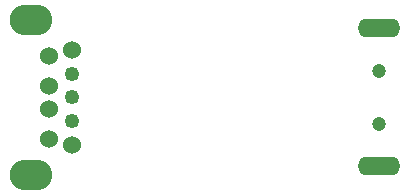
<source format=gbr>
G04 #@! TF.GenerationSoftware,KiCad,Pcbnew,(5.0.0-rc2-110-g9edfd25)*
G04 #@! TF.CreationDate,2018-06-15T17:42:50-07:00*
G04 #@! TF.ProjectId,USB-Power-Cleaner,5553422D506F7765722D436C65616E65,rev?*
G04 #@! TF.SameCoordinates,Original*
G04 #@! TF.FileFunction,Soldermask,Bot*
G04 #@! TF.FilePolarity,Negative*
%FSLAX46Y46*%
G04 Gerber Fmt 4.6, Leading zero omitted, Abs format (unit mm)*
G04 Created by KiCad (PCBNEW (5.0.0-rc2-110-g9edfd25)) date Friday, June 15, 2018 at 05:42:50 PM*
%MOMM*%
%LPD*%
G01*
G04 APERTURE LIST*
%ADD10C,1.250000*%
%ADD11C,1.524000*%
%ADD12O,3.600000X2.600000*%
%ADD13O,3.600000X1.600000*%
%ADD14C,1.200000*%
G04 APERTURE END LIST*
D10*
G04 #@! TO.C,J1*
X172458000Y-87630000D03*
X172458000Y-85630000D03*
D11*
X172458000Y-83630000D03*
D10*
X172458000Y-89630000D03*
D11*
X172458000Y-91630000D03*
X170458000Y-84130000D03*
X170458000Y-86630000D03*
X170458000Y-88630000D03*
X170458000Y-91130000D03*
D12*
X168958000Y-94200000D03*
X168958000Y-81060000D03*
G04 #@! TD*
D13*
G04 #@! TO.C,J2*
X198420000Y-81780000D03*
X198420000Y-93480000D03*
D14*
X198420000Y-85380000D03*
X198420000Y-89880000D03*
G04 #@! TD*
M02*

</source>
